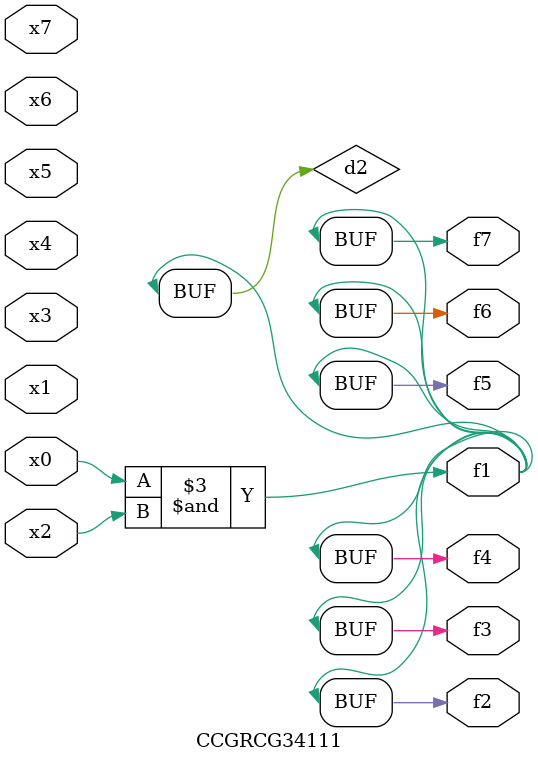
<source format=v>
module CCGRCG34111(
	input x0, x1, x2, x3, x4, x5, x6, x7,
	output f1, f2, f3, f4, f5, f6, f7
);

	wire d1, d2;

	nor (d1, x3, x6);
	and (d2, x0, x2);
	assign f1 = d2;
	assign f2 = d2;
	assign f3 = d2;
	assign f4 = d2;
	assign f5 = d2;
	assign f6 = d2;
	assign f7 = d2;
endmodule

</source>
